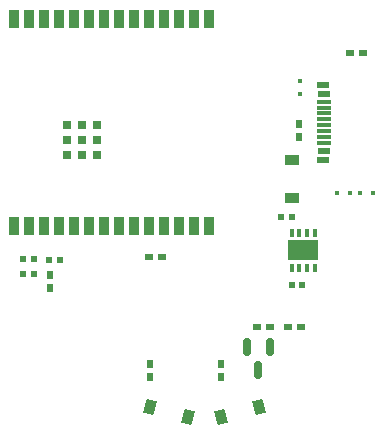
<source format=gtp>
G04 #@! TF.GenerationSoftware,KiCad,Pcbnew,9.0.2*
G04 #@! TF.CreationDate,2025-06-23T20:15:19+02:00*
G04 #@! TF.ProjectId,coral-ir,636f7261-6c2d-4697-922e-6b696361645f,rev?*
G04 #@! TF.SameCoordinates,Original*
G04 #@! TF.FileFunction,Paste,Top*
G04 #@! TF.FilePolarity,Positive*
%FSLAX46Y46*%
G04 Gerber Fmt 4.6, Leading zero omitted, Abs format (unit mm)*
G04 Created by KiCad (PCBNEW 9.0.2) date 2025-06-23 20:15:19*
%MOMM*%
%LPD*%
G01*
G04 APERTURE LIST*
G04 Aperture macros list*
%AMRoundRect*
0 Rectangle with rounded corners*
0 $1 Rounding radius*
0 $2 $3 $4 $5 $6 $7 $8 $9 X,Y pos of 4 corners*
0 Add a 4 corners polygon primitive as box body*
4,1,4,$2,$3,$4,$5,$6,$7,$8,$9,$2,$3,0*
0 Add four circle primitives for the rounded corners*
1,1,$1+$1,$2,$3*
1,1,$1+$1,$4,$5*
1,1,$1+$1,$6,$7*
1,1,$1+$1,$8,$9*
0 Add four rect primitives between the rounded corners*
20,1,$1+$1,$2,$3,$4,$5,0*
20,1,$1+$1,$4,$5,$6,$7,0*
20,1,$1+$1,$6,$7,$8,$9,0*
20,1,$1+$1,$8,$9,$2,$3,0*%
%AMRotRect*
0 Rectangle, with rotation*
0 The origin of the aperture is its center*
0 $1 length*
0 $2 width*
0 $3 Rotation angle, in degrees counterclockwise*
0 Add horizontal line*
21,1,$1,$2,0,0,$3*%
G04 Aperture macros list end*
%ADD10R,0.600000X0.750000*%
%ADD11R,0.350000X0.800000*%
%ADD12R,2.500000X1.750000*%
%ADD13R,0.600000X0.620000*%
%ADD14R,0.750000X0.600000*%
%ADD15RotRect,0.900000X1.200000X195.000000*%
%ADD16R,1.219200X0.914400*%
%ADD17R,0.900000X1.500000*%
%ADD18R,0.800000X0.800000*%
%ADD19RotRect,0.900000X1.200000X165.000000*%
%ADD20RoundRect,0.150000X-0.150000X0.587500X-0.150000X-0.587500X0.150000X-0.587500X0.150000X0.587500X0*%
%ADD21R,0.320000X0.430000*%
%ADD22R,0.430000X0.320000*%
%ADD23R,1.030000X0.600000*%
%ADD24R,1.080000X0.600000*%
%ADD25R,1.150000X0.300000*%
G04 APERTURE END LIST*
D10*
X102900000Y-89050000D03*
X102900000Y-87950000D03*
D11*
X114900000Y-79850000D03*
X115550000Y-79850000D03*
X116200000Y-79850000D03*
X116850000Y-79850000D03*
X116850000Y-76850000D03*
X116200000Y-76850000D03*
X115550000Y-76850000D03*
X114900000Y-76850000D03*
D12*
X115875000Y-78350000D03*
D13*
X114910000Y-75550000D03*
X113990000Y-75550000D03*
D14*
X113050000Y-84800000D03*
X111950000Y-84800000D03*
D10*
X94400000Y-80400000D03*
X94400000Y-81500000D03*
D14*
X114550000Y-84800000D03*
X115650000Y-84800000D03*
D15*
X108906222Y-92427050D03*
X112093778Y-91572950D03*
D16*
X114900000Y-73938300D03*
X114900000Y-70661700D03*
D13*
X93050000Y-80300000D03*
X92130000Y-80300000D03*
D17*
X91430000Y-76250000D03*
X92700000Y-76250000D03*
X93970000Y-76250000D03*
X95240000Y-76250000D03*
X96510000Y-76250000D03*
X97780000Y-76250000D03*
X99050000Y-76250000D03*
X100320000Y-76250000D03*
X101590000Y-76250000D03*
X102860000Y-76250000D03*
X104130000Y-76250000D03*
X105400000Y-76250000D03*
X106670000Y-76250000D03*
X107940000Y-76250000D03*
X107940000Y-58750000D03*
X106670000Y-58750000D03*
X105400000Y-58750000D03*
X104130000Y-58750000D03*
X102860000Y-58750000D03*
X101590000Y-58750000D03*
X100320000Y-58750000D03*
X99050000Y-58750000D03*
X97780000Y-58750000D03*
X96510000Y-58750000D03*
X95240000Y-58750000D03*
X93970000Y-58750000D03*
X92700000Y-58750000D03*
X91430000Y-58750000D03*
D18*
X97150000Y-69005000D03*
X95900000Y-70255000D03*
X97150000Y-70255000D03*
X98400000Y-70255000D03*
X98400000Y-69005000D03*
X98400000Y-67755000D03*
X97150000Y-67755000D03*
X95900000Y-67755000D03*
X95900000Y-69005000D03*
D14*
X102850000Y-78900000D03*
X103950000Y-78900000D03*
D19*
X102906222Y-91572950D03*
X106093778Y-92427050D03*
D20*
X113040000Y-86562500D03*
X111140000Y-86562500D03*
X112090000Y-88437500D03*
D21*
X115600000Y-65100000D03*
X115600000Y-64000000D03*
D22*
X118700000Y-73500000D03*
X119800000Y-73500000D03*
D14*
X119800000Y-61600000D03*
X120900000Y-61600000D03*
D22*
X121750000Y-73500000D03*
X120650000Y-73500000D03*
D10*
X115550000Y-68750000D03*
X115550000Y-67650000D03*
D23*
X117585000Y-70700000D03*
D24*
X117610000Y-69900000D03*
D25*
X117645000Y-68750000D03*
X117645000Y-67750000D03*
X117645000Y-67250000D03*
X117645000Y-66250000D03*
D23*
X117585000Y-64300000D03*
D24*
X117610000Y-65100000D03*
D25*
X117645000Y-65750000D03*
X117645000Y-66750000D03*
X117645000Y-68250000D03*
X117645000Y-69250000D03*
D13*
X94390000Y-79150000D03*
X95310000Y-79150000D03*
D10*
X108900000Y-89050000D03*
X108900000Y-87950000D03*
D13*
X93050000Y-79050000D03*
X92130000Y-79050000D03*
X114890000Y-81300000D03*
X115810000Y-81300000D03*
M02*

</source>
